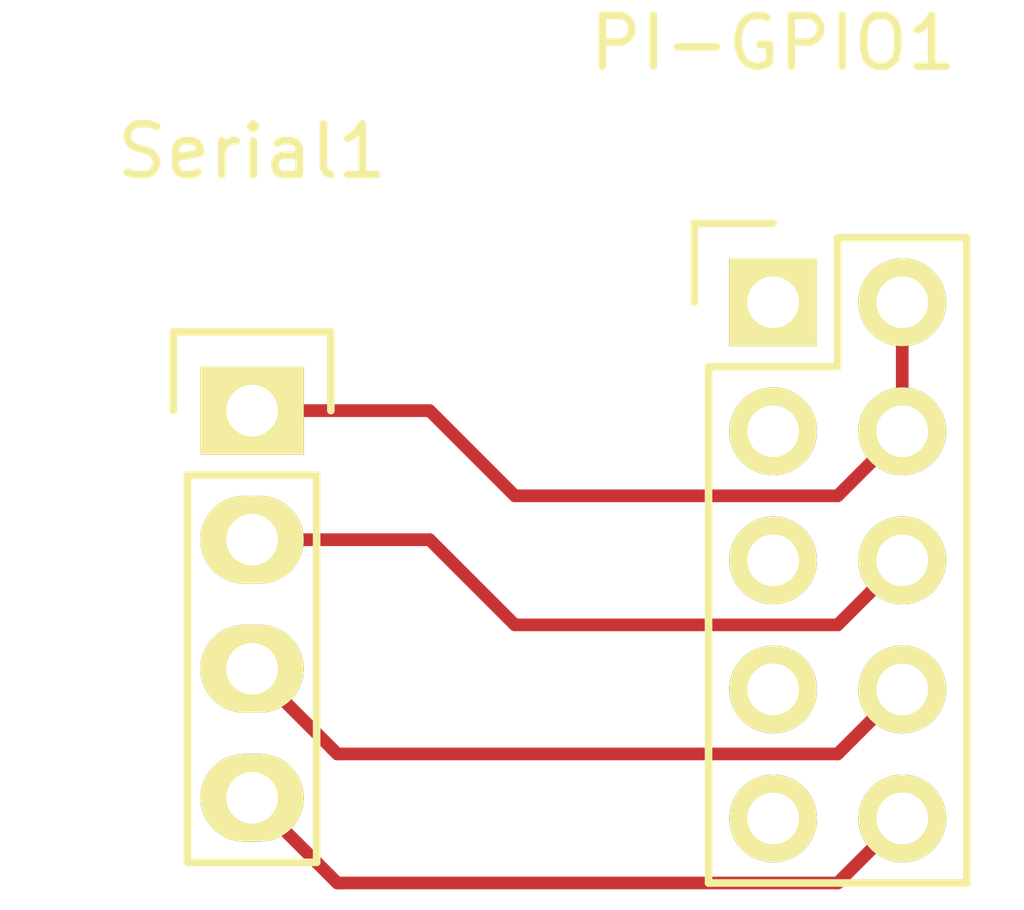
<source format=kicad_pcb>
(kicad_pcb (version 4) (host pcbnew 4.0.2+dfsg1-stable)

  (general
    (links 5)
    (no_connects 0)
    (area 0 0 0 0)
    (thickness 1.6)
    (drawings 0)
    (tracks 15)
    (zones 0)
    (modules 2)
    (nets 10)
  )

  (page A4)
  (layers
    (0 F.Cu signal)
    (31 B.Cu signal)
    (32 B.Adhes user)
    (33 F.Adhes user)
    (34 B.Paste user)
    (35 F.Paste user)
    (36 B.SilkS user)
    (37 F.SilkS user)
    (38 B.Mask user)
    (39 F.Mask user)
    (40 Dwgs.User user)
    (41 Cmts.User user)
    (42 Eco1.User user)
    (43 Eco2.User user)
    (44 Edge.Cuts user)
    (45 Margin user)
    (46 B.CrtYd user)
    (47 F.CrtYd user)
    (48 B.Fab user)
    (49 F.Fab user)
  )

  (setup
    (last_trace_width 0.25)
    (trace_clearance 0.2)
    (zone_clearance 0.508)
    (zone_45_only no)
    (trace_min 0.2)
    (segment_width 0.2)
    (edge_width 0.15)
    (via_size 0.6)
    (via_drill 0.4)
    (via_min_size 0.4)
    (via_min_drill 0.3)
    (uvia_size 0.3)
    (uvia_drill 0.1)
    (uvias_allowed no)
    (uvia_min_size 0.2)
    (uvia_min_drill 0.1)
    (pcb_text_width 0.3)
    (pcb_text_size 1.5 1.5)
    (mod_edge_width 0.15)
    (mod_text_size 1 1)
    (mod_text_width 0.15)
    (pad_size 1.524 1.524)
    (pad_drill 0.762)
    (pad_to_mask_clearance 0.2)
    (aux_axis_origin 0 0)
    (visible_elements FFFFFF7F)
    (pcbplotparams
      (layerselection 0x00030_80000001)
      (usegerberextensions false)
      (excludeedgelayer true)
      (linewidth 0.100000)
      (plotframeref false)
      (viasonmask false)
      (mode 1)
      (useauxorigin false)
      (hpglpennumber 1)
      (hpglpenspeed 20)
      (hpglpendiameter 15)
      (hpglpenoverlay 2)
      (psnegative false)
      (psa4output false)
      (plotreference true)
      (plotvalue true)
      (plotinvisibletext false)
      (padsonsilk false)
      (subtractmaskfromsilk false)
      (outputformat 1)
      (mirror false)
      (drillshape 1)
      (scaleselection 1)
      (outputdirectory ""))
  )

  (net 0 "")
  (net 1 "Net-(PI-GPIO1-Pad1)")
  (net 2 5V)
  (net 3 "Net-(PI-GPIO1-Pad3)")
  (net 4 "Net-(PI-GPIO1-Pad5)")
  (net 5 "Net-(PI-GPIO1-Pad6)")
  (net 6 "Net-(PI-GPIO1-Pad7)")
  (net 7 "Net-(PI-GPIO1-Pad8)")
  (net 8 "Net-(PI-GPIO1-Pad9)")
  (net 9 "Net-(PI-GPIO1-Pad10)")

  (net_class Default "This is the default net class."
    (clearance 0.2)
    (trace_width 0.25)
    (via_dia 0.6)
    (via_drill 0.4)
    (uvia_dia 0.3)
    (uvia_drill 0.1)
    (add_net 5V)
    (add_net "Net-(PI-GPIO1-Pad1)")
    (add_net "Net-(PI-GPIO1-Pad10)")
    (add_net "Net-(PI-GPIO1-Pad3)")
    (add_net "Net-(PI-GPIO1-Pad5)")
    (add_net "Net-(PI-GPIO1-Pad6)")
    (add_net "Net-(PI-GPIO1-Pad7)")
    (add_net "Net-(PI-GPIO1-Pad8)")
    (add_net "Net-(PI-GPIO1-Pad9)")
  )

  (module Pin_Headers:Pin_Header_Straight_2x05 (layer F.Cu) (tedit 0) (tstamp 59BDEFF5)
    (at 158.75 102.87)
    (descr "Through hole pin header")
    (tags "pin header")
    (path /59BCEAE4)
    (fp_text reference PI-GPIO1 (at 0 -5.1) (layer F.SilkS)
      (effects (font (size 1 1) (thickness 0.15)))
    )
    (fp_text value CONN_02X05 (at 0 -3.1) (layer F.Fab)
      (effects (font (size 1 1) (thickness 0.15)))
    )
    (fp_line (start -1.75 -1.75) (end -1.75 11.95) (layer F.CrtYd) (width 0.05))
    (fp_line (start 4.3 -1.75) (end 4.3 11.95) (layer F.CrtYd) (width 0.05))
    (fp_line (start -1.75 -1.75) (end 4.3 -1.75) (layer F.CrtYd) (width 0.05))
    (fp_line (start -1.75 11.95) (end 4.3 11.95) (layer F.CrtYd) (width 0.05))
    (fp_line (start 3.81 -1.27) (end 3.81 11.43) (layer F.SilkS) (width 0.15))
    (fp_line (start 3.81 11.43) (end -1.27 11.43) (layer F.SilkS) (width 0.15))
    (fp_line (start -1.27 11.43) (end -1.27 1.27) (layer F.SilkS) (width 0.15))
    (fp_line (start 3.81 -1.27) (end 1.27 -1.27) (layer F.SilkS) (width 0.15))
    (fp_line (start 0 -1.55) (end -1.55 -1.55) (layer F.SilkS) (width 0.15))
    (fp_line (start 1.27 -1.27) (end 1.27 1.27) (layer F.SilkS) (width 0.15))
    (fp_line (start 1.27 1.27) (end -1.27 1.27) (layer F.SilkS) (width 0.15))
    (fp_line (start -1.55 -1.55) (end -1.55 0) (layer F.SilkS) (width 0.15))
    (pad 1 thru_hole rect (at 0 0) (size 1.7272 1.7272) (drill 1.016) (layers *.Cu *.Mask F.SilkS)
      (net 1 "Net-(PI-GPIO1-Pad1)"))
    (pad 2 thru_hole oval (at 2.54 0) (size 1.7272 1.7272) (drill 1.016) (layers *.Cu *.Mask F.SilkS)
      (net 2 5V))
    (pad 3 thru_hole oval (at 0 2.54) (size 1.7272 1.7272) (drill 1.016) (layers *.Cu *.Mask F.SilkS)
      (net 3 "Net-(PI-GPIO1-Pad3)"))
    (pad 4 thru_hole oval (at 2.54 2.54) (size 1.7272 1.7272) (drill 1.016) (layers *.Cu *.Mask F.SilkS)
      (net 2 5V))
    (pad 5 thru_hole oval (at 0 5.08) (size 1.7272 1.7272) (drill 1.016) (layers *.Cu *.Mask F.SilkS)
      (net 4 "Net-(PI-GPIO1-Pad5)"))
    (pad 6 thru_hole oval (at 2.54 5.08) (size 1.7272 1.7272) (drill 1.016) (layers *.Cu *.Mask F.SilkS)
      (net 5 "Net-(PI-GPIO1-Pad6)"))
    (pad 7 thru_hole oval (at 0 7.62) (size 1.7272 1.7272) (drill 1.016) (layers *.Cu *.Mask F.SilkS)
      (net 6 "Net-(PI-GPIO1-Pad7)"))
    (pad 8 thru_hole oval (at 2.54 7.62) (size 1.7272 1.7272) (drill 1.016) (layers *.Cu *.Mask F.SilkS)
      (net 7 "Net-(PI-GPIO1-Pad8)"))
    (pad 9 thru_hole oval (at 0 10.16) (size 1.7272 1.7272) (drill 1.016) (layers *.Cu *.Mask F.SilkS)
      (net 8 "Net-(PI-GPIO1-Pad9)"))
    (pad 10 thru_hole oval (at 2.54 10.16) (size 1.7272 1.7272) (drill 1.016) (layers *.Cu *.Mask F.SilkS)
      (net 9 "Net-(PI-GPIO1-Pad10)"))
    (model Pin_Headers.3dshapes/Pin_Header_Straight_2x05.wrl
      (at (xyz 0.05 -0.2 0))
      (scale (xyz 1 1 1))
      (rotate (xyz 0 0 90))
    )
  )

  (module Pin_Headers:Pin_Header_Straight_1x04 (layer F.Cu) (tedit 0) (tstamp 59BDF008)
    (at 148.5011 105.0036)
    (descr "Through hole pin header")
    (tags "pin header")
    (path /59BCE9F7)
    (fp_text reference Serial1 (at 0 -5.1) (layer F.SilkS)
      (effects (font (size 1 1) (thickness 0.15)))
    )
    (fp_text value CONN_01X04 (at 0 -3.1) (layer F.Fab)
      (effects (font (size 1 1) (thickness 0.15)))
    )
    (fp_line (start -1.75 -1.75) (end -1.75 9.4) (layer F.CrtYd) (width 0.05))
    (fp_line (start 1.75 -1.75) (end 1.75 9.4) (layer F.CrtYd) (width 0.05))
    (fp_line (start -1.75 -1.75) (end 1.75 -1.75) (layer F.CrtYd) (width 0.05))
    (fp_line (start -1.75 9.4) (end 1.75 9.4) (layer F.CrtYd) (width 0.05))
    (fp_line (start -1.27 1.27) (end -1.27 8.89) (layer F.SilkS) (width 0.15))
    (fp_line (start 1.27 1.27) (end 1.27 8.89) (layer F.SilkS) (width 0.15))
    (fp_line (start 1.55 -1.55) (end 1.55 0) (layer F.SilkS) (width 0.15))
    (fp_line (start -1.27 8.89) (end 1.27 8.89) (layer F.SilkS) (width 0.15))
    (fp_line (start 1.27 1.27) (end -1.27 1.27) (layer F.SilkS) (width 0.15))
    (fp_line (start -1.55 0) (end -1.55 -1.55) (layer F.SilkS) (width 0.15))
    (fp_line (start -1.55 -1.55) (end 1.55 -1.55) (layer F.SilkS) (width 0.15))
    (pad 1 thru_hole rect (at 0 0) (size 2.032 1.7272) (drill 1.016) (layers *.Cu *.Mask F.SilkS)
      (net 2 5V))
    (pad 2 thru_hole oval (at 0 2.54) (size 2.032 1.7272) (drill 1.016) (layers *.Cu *.Mask F.SilkS)
      (net 5 "Net-(PI-GPIO1-Pad6)"))
    (pad 3 thru_hole oval (at 0 5.08) (size 2.032 1.7272) (drill 1.016) (layers *.Cu *.Mask F.SilkS)
      (net 7 "Net-(PI-GPIO1-Pad8)"))
    (pad 4 thru_hole oval (at 0 7.62) (size 2.032 1.7272) (drill 1.016) (layers *.Cu *.Mask F.SilkS)
      (net 9 "Net-(PI-GPIO1-Pad10)"))
    (model Pin_Headers.3dshapes/Pin_Header_Straight_1x04.wrl
      (at (xyz 0 -0.15 0))
      (scale (xyz 1 1 1))
      (rotate (xyz 0 0 90))
    )
  )

  (segment (start 161.29 102.87) (end 161.29 105.41) (width 0.25) (layer F.Cu) (net 2))
  (segment (start 161.29 105.41) (end 160.02 106.68) (width 0.25) (layer F.Cu) (net 2) (tstamp 59BDF023))
  (segment (start 160.02 106.68) (end 153.67 106.68) (width 0.25) (layer F.Cu) (net 2) (tstamp 59BDF024))
  (segment (start 153.67 106.68) (end 151.9936 105.0036) (width 0.25) (layer F.Cu) (net 2) (tstamp 59BDF026))
  (segment (start 151.9936 105.0036) (end 148.5011 105.0036) (width 0.25) (layer F.Cu) (net 2) (tstamp 59BDF028))
  (segment (start 161.29 107.95) (end 160.02 109.22) (width 0.25) (layer F.Cu) (net 5))
  (segment (start 151.9936 107.5436) (end 148.5011 107.5436) (width 0.25) (layer F.Cu) (net 5) (tstamp 59BDF02E))
  (segment (start 153.67 109.22) (end 151.9936 107.5436) (width 0.25) (layer F.Cu) (net 5) (tstamp 59BDF02D))
  (segment (start 160.02 109.22) (end 153.67 109.22) (width 0.25) (layer F.Cu) (net 5) (tstamp 59BDF02C))
  (segment (start 161.29 110.49) (end 160.02 111.76) (width 0.25) (layer F.Cu) (net 7))
  (segment (start 150.1775 111.76) (end 148.5011 110.0836) (width 0.25) (layer F.Cu) (net 7) (tstamp 59BDF034))
  (segment (start 160.02 111.76) (end 150.1775 111.76) (width 0.25) (layer F.Cu) (net 7) (tstamp 59BDF033))
  (segment (start 161.29 113.03) (end 160.02 114.3) (width 0.25) (layer F.Cu) (net 9))
  (segment (start 150.1775 114.3) (end 148.5011 112.6236) (width 0.25) (layer F.Cu) (net 9) (tstamp 59BDF039))
  (segment (start 160.02 114.3) (end 150.1775 114.3) (width 0.25) (layer F.Cu) (net 9) (tstamp 59BDF038))

)

</source>
